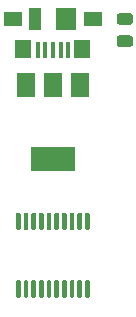
<source format=gbr>
%TF.GenerationSoftware,KiCad,Pcbnew,5.1.9-73d0e3b20d~88~ubuntu20.04.1*%
%TF.CreationDate,2021-06-24T22:41:13-04:00*%
%TF.ProjectId,stm32_breakout,73746d33-325f-4627-9265-616b6f75742e,rev?*%
%TF.SameCoordinates,Original*%
%TF.FileFunction,Paste,Top*%
%TF.FilePolarity,Positive*%
%FSLAX46Y46*%
G04 Gerber Fmt 4.6, Leading zero omitted, Abs format (unit mm)*
G04 Created by KiCad (PCBNEW 5.1.9-73d0e3b20d~88~ubuntu20.04.1) date 2021-06-24 22:41:13*
%MOMM*%
%LPD*%
G01*
G04 APERTURE LIST*
%ADD10R,0.450000X1.380000*%
%ADD11R,1.425000X1.550000*%
%ADD12R,1.650000X1.300000*%
%ADD13R,1.800000X1.900000*%
%ADD14R,1.000000X1.900000*%
%ADD15R,3.800000X2.000000*%
%ADD16R,1.500000X2.000000*%
G04 APERTURE END LIST*
%TO.C,D1*%
G36*
G01*
X137719750Y-59281000D02*
X138632250Y-59281000D01*
G75*
G02*
X138876000Y-59524750I0J-243750D01*
G01*
X138876000Y-60012250D01*
G75*
G02*
X138632250Y-60256000I-243750J0D01*
G01*
X137719750Y-60256000D01*
G75*
G02*
X137476000Y-60012250I0J243750D01*
G01*
X137476000Y-59524750D01*
G75*
G02*
X137719750Y-59281000I243750J0D01*
G01*
G37*
G36*
G01*
X137719750Y-61156000D02*
X138632250Y-61156000D01*
G75*
G02*
X138876000Y-61399750I0J-243750D01*
G01*
X138876000Y-61887250D01*
G75*
G02*
X138632250Y-62131000I-243750J0D01*
G01*
X137719750Y-62131000D01*
G75*
G02*
X137476000Y-61887250I0J243750D01*
G01*
X137476000Y-61399750D01*
G75*
G02*
X137719750Y-61156000I243750J0D01*
G01*
G37*
%TD*%
D10*
%TO.C,J1*%
X133380000Y-62420000D03*
X132730000Y-62420000D03*
X132080000Y-62420000D03*
X131430000Y-62420000D03*
X130780000Y-62420000D03*
D11*
X134567500Y-62335000D03*
X129592500Y-62335000D03*
D12*
X135455000Y-59760000D03*
X128705000Y-59760000D03*
D13*
X133230000Y-59760000D03*
D14*
X130530000Y-59760000D03*
%TD*%
D15*
%TO.C,U1*%
X132080000Y-71628000D03*
D16*
X132080000Y-65328000D03*
X129780000Y-65328000D03*
X134380000Y-65328000D03*
%TD*%
%TO.C,U2*%
G36*
G01*
X134905000Y-76156000D02*
X135105000Y-76156000D01*
G75*
G02*
X135205000Y-76256000I0J-100000D01*
G01*
X135205000Y-77531000D01*
G75*
G02*
X135105000Y-77631000I-100000J0D01*
G01*
X134905000Y-77631000D01*
G75*
G02*
X134805000Y-77531000I0J100000D01*
G01*
X134805000Y-76256000D01*
G75*
G02*
X134905000Y-76156000I100000J0D01*
G01*
G37*
G36*
G01*
X134255000Y-76156000D02*
X134455000Y-76156000D01*
G75*
G02*
X134555000Y-76256000I0J-100000D01*
G01*
X134555000Y-77531000D01*
G75*
G02*
X134455000Y-77631000I-100000J0D01*
G01*
X134255000Y-77631000D01*
G75*
G02*
X134155000Y-77531000I0J100000D01*
G01*
X134155000Y-76256000D01*
G75*
G02*
X134255000Y-76156000I100000J0D01*
G01*
G37*
G36*
G01*
X133605000Y-76156000D02*
X133805000Y-76156000D01*
G75*
G02*
X133905000Y-76256000I0J-100000D01*
G01*
X133905000Y-77531000D01*
G75*
G02*
X133805000Y-77631000I-100000J0D01*
G01*
X133605000Y-77631000D01*
G75*
G02*
X133505000Y-77531000I0J100000D01*
G01*
X133505000Y-76256000D01*
G75*
G02*
X133605000Y-76156000I100000J0D01*
G01*
G37*
G36*
G01*
X132955000Y-76156000D02*
X133155000Y-76156000D01*
G75*
G02*
X133255000Y-76256000I0J-100000D01*
G01*
X133255000Y-77531000D01*
G75*
G02*
X133155000Y-77631000I-100000J0D01*
G01*
X132955000Y-77631000D01*
G75*
G02*
X132855000Y-77531000I0J100000D01*
G01*
X132855000Y-76256000D01*
G75*
G02*
X132955000Y-76156000I100000J0D01*
G01*
G37*
G36*
G01*
X132305000Y-76156000D02*
X132505000Y-76156000D01*
G75*
G02*
X132605000Y-76256000I0J-100000D01*
G01*
X132605000Y-77531000D01*
G75*
G02*
X132505000Y-77631000I-100000J0D01*
G01*
X132305000Y-77631000D01*
G75*
G02*
X132205000Y-77531000I0J100000D01*
G01*
X132205000Y-76256000D01*
G75*
G02*
X132305000Y-76156000I100000J0D01*
G01*
G37*
G36*
G01*
X131655000Y-76156000D02*
X131855000Y-76156000D01*
G75*
G02*
X131955000Y-76256000I0J-100000D01*
G01*
X131955000Y-77531000D01*
G75*
G02*
X131855000Y-77631000I-100000J0D01*
G01*
X131655000Y-77631000D01*
G75*
G02*
X131555000Y-77531000I0J100000D01*
G01*
X131555000Y-76256000D01*
G75*
G02*
X131655000Y-76156000I100000J0D01*
G01*
G37*
G36*
G01*
X131005000Y-76156000D02*
X131205000Y-76156000D01*
G75*
G02*
X131305000Y-76256000I0J-100000D01*
G01*
X131305000Y-77531000D01*
G75*
G02*
X131205000Y-77631000I-100000J0D01*
G01*
X131005000Y-77631000D01*
G75*
G02*
X130905000Y-77531000I0J100000D01*
G01*
X130905000Y-76256000D01*
G75*
G02*
X131005000Y-76156000I100000J0D01*
G01*
G37*
G36*
G01*
X130355000Y-76156000D02*
X130555000Y-76156000D01*
G75*
G02*
X130655000Y-76256000I0J-100000D01*
G01*
X130655000Y-77531000D01*
G75*
G02*
X130555000Y-77631000I-100000J0D01*
G01*
X130355000Y-77631000D01*
G75*
G02*
X130255000Y-77531000I0J100000D01*
G01*
X130255000Y-76256000D01*
G75*
G02*
X130355000Y-76156000I100000J0D01*
G01*
G37*
G36*
G01*
X129705000Y-76156000D02*
X129905000Y-76156000D01*
G75*
G02*
X130005000Y-76256000I0J-100000D01*
G01*
X130005000Y-77531000D01*
G75*
G02*
X129905000Y-77631000I-100000J0D01*
G01*
X129705000Y-77631000D01*
G75*
G02*
X129605000Y-77531000I0J100000D01*
G01*
X129605000Y-76256000D01*
G75*
G02*
X129705000Y-76156000I100000J0D01*
G01*
G37*
G36*
G01*
X129055000Y-76156000D02*
X129255000Y-76156000D01*
G75*
G02*
X129355000Y-76256000I0J-100000D01*
G01*
X129355000Y-77531000D01*
G75*
G02*
X129255000Y-77631000I-100000J0D01*
G01*
X129055000Y-77631000D01*
G75*
G02*
X128955000Y-77531000I0J100000D01*
G01*
X128955000Y-76256000D01*
G75*
G02*
X129055000Y-76156000I100000J0D01*
G01*
G37*
G36*
G01*
X129055000Y-81881000D02*
X129255000Y-81881000D01*
G75*
G02*
X129355000Y-81981000I0J-100000D01*
G01*
X129355000Y-83256000D01*
G75*
G02*
X129255000Y-83356000I-100000J0D01*
G01*
X129055000Y-83356000D01*
G75*
G02*
X128955000Y-83256000I0J100000D01*
G01*
X128955000Y-81981000D01*
G75*
G02*
X129055000Y-81881000I100000J0D01*
G01*
G37*
G36*
G01*
X129705000Y-81881000D02*
X129905000Y-81881000D01*
G75*
G02*
X130005000Y-81981000I0J-100000D01*
G01*
X130005000Y-83256000D01*
G75*
G02*
X129905000Y-83356000I-100000J0D01*
G01*
X129705000Y-83356000D01*
G75*
G02*
X129605000Y-83256000I0J100000D01*
G01*
X129605000Y-81981000D01*
G75*
G02*
X129705000Y-81881000I100000J0D01*
G01*
G37*
G36*
G01*
X130355000Y-81881000D02*
X130555000Y-81881000D01*
G75*
G02*
X130655000Y-81981000I0J-100000D01*
G01*
X130655000Y-83256000D01*
G75*
G02*
X130555000Y-83356000I-100000J0D01*
G01*
X130355000Y-83356000D01*
G75*
G02*
X130255000Y-83256000I0J100000D01*
G01*
X130255000Y-81981000D01*
G75*
G02*
X130355000Y-81881000I100000J0D01*
G01*
G37*
G36*
G01*
X131005000Y-81881000D02*
X131205000Y-81881000D01*
G75*
G02*
X131305000Y-81981000I0J-100000D01*
G01*
X131305000Y-83256000D01*
G75*
G02*
X131205000Y-83356000I-100000J0D01*
G01*
X131005000Y-83356000D01*
G75*
G02*
X130905000Y-83256000I0J100000D01*
G01*
X130905000Y-81981000D01*
G75*
G02*
X131005000Y-81881000I100000J0D01*
G01*
G37*
G36*
G01*
X131655000Y-81881000D02*
X131855000Y-81881000D01*
G75*
G02*
X131955000Y-81981000I0J-100000D01*
G01*
X131955000Y-83256000D01*
G75*
G02*
X131855000Y-83356000I-100000J0D01*
G01*
X131655000Y-83356000D01*
G75*
G02*
X131555000Y-83256000I0J100000D01*
G01*
X131555000Y-81981000D01*
G75*
G02*
X131655000Y-81881000I100000J0D01*
G01*
G37*
G36*
G01*
X132305000Y-81881000D02*
X132505000Y-81881000D01*
G75*
G02*
X132605000Y-81981000I0J-100000D01*
G01*
X132605000Y-83256000D01*
G75*
G02*
X132505000Y-83356000I-100000J0D01*
G01*
X132305000Y-83356000D01*
G75*
G02*
X132205000Y-83256000I0J100000D01*
G01*
X132205000Y-81981000D01*
G75*
G02*
X132305000Y-81881000I100000J0D01*
G01*
G37*
G36*
G01*
X132955000Y-81881000D02*
X133155000Y-81881000D01*
G75*
G02*
X133255000Y-81981000I0J-100000D01*
G01*
X133255000Y-83256000D01*
G75*
G02*
X133155000Y-83356000I-100000J0D01*
G01*
X132955000Y-83356000D01*
G75*
G02*
X132855000Y-83256000I0J100000D01*
G01*
X132855000Y-81981000D01*
G75*
G02*
X132955000Y-81881000I100000J0D01*
G01*
G37*
G36*
G01*
X133605000Y-81881000D02*
X133805000Y-81881000D01*
G75*
G02*
X133905000Y-81981000I0J-100000D01*
G01*
X133905000Y-83256000D01*
G75*
G02*
X133805000Y-83356000I-100000J0D01*
G01*
X133605000Y-83356000D01*
G75*
G02*
X133505000Y-83256000I0J100000D01*
G01*
X133505000Y-81981000D01*
G75*
G02*
X133605000Y-81881000I100000J0D01*
G01*
G37*
G36*
G01*
X134255000Y-81881000D02*
X134455000Y-81881000D01*
G75*
G02*
X134555000Y-81981000I0J-100000D01*
G01*
X134555000Y-83256000D01*
G75*
G02*
X134455000Y-83356000I-100000J0D01*
G01*
X134255000Y-83356000D01*
G75*
G02*
X134155000Y-83256000I0J100000D01*
G01*
X134155000Y-81981000D01*
G75*
G02*
X134255000Y-81881000I100000J0D01*
G01*
G37*
G36*
G01*
X134905000Y-81881000D02*
X135105000Y-81881000D01*
G75*
G02*
X135205000Y-81981000I0J-100000D01*
G01*
X135205000Y-83256000D01*
G75*
G02*
X135105000Y-83356000I-100000J0D01*
G01*
X134905000Y-83356000D01*
G75*
G02*
X134805000Y-83256000I0J100000D01*
G01*
X134805000Y-81981000D01*
G75*
G02*
X134905000Y-81881000I100000J0D01*
G01*
G37*
%TD*%
M02*

</source>
